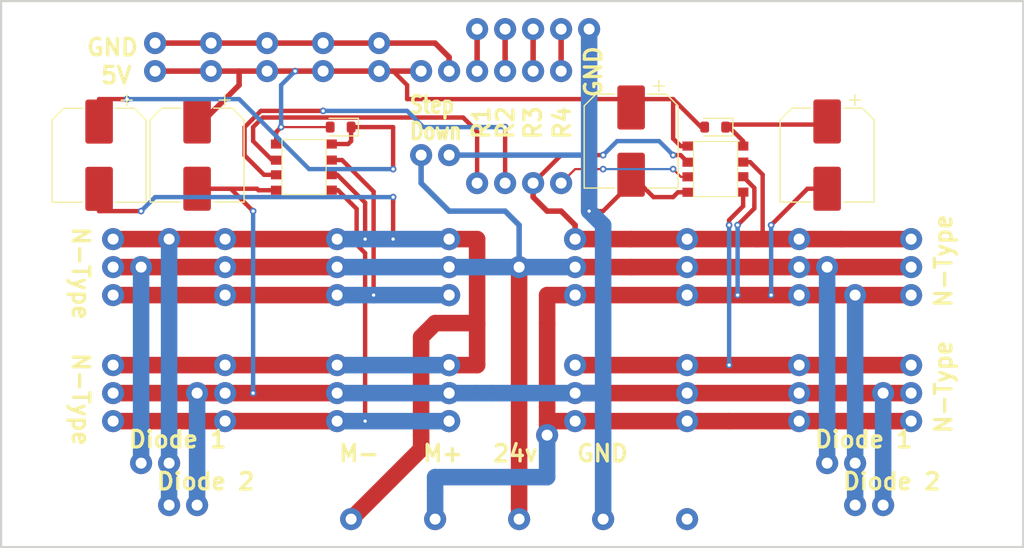
<source format=kicad_pcb>
(kicad_pcb (version 20221018) (generator pcbnew)
  (layers (0 "F.Cu" signal) (31 "B.Cu" signal) (34 "B.Paste" user) (35 "F.Paste" user) (36 "B.SilkS" user "B.Silkscreen") (37 "F.SilkS" user "F.Silkscreen") (38 "B.Mask" user) (39 "F.Mask" user) (44 "Edge.Cuts" user))
  (net 0 "")
  (footprint "" (layer "F.Cu") (at 170.18 83.82)
    (fp_text reference "")
    (fp_text value "")
  )
  (footprint "" (layer "F.Cu") (at 182.88 76.2)
    (fp_text reference "")
    (fp_text value "")
  )
  (footprint "" (layer "F.Cu") (at 171.45 116.84)
    (fp_text reference "")
    (fp_text value "")
  )
  (footprint "" (layer "F.Cu") (at 209.55 96.52)
    (fp_text reference "")
    (fp_text value "")
  )
  (footprint "" (layer "F.Cu") (at 204.47 93.98)
    (fp_text reference "")
    (fp_text value "")
  )
  (footprint "" (layer "F.Cu") (at 194.31 105.41)
    (fp_text reference "")
    (fp_text value "")
  )
  (footprint "Diode_SMD:D_SOD-110" (layer "F.Cu") (at 196.85 81.28 180)
    (fp_text reference "REF**" hide)
    (fp_text value "D_SOD-110" hide)
  )
  (footprint "" (layer "F.Cu") (at 180.34 86.36)
    (fp_text reference "")
    (fp_text value "")
  )
  (footprint "" (layer "F.Cu") (at 194.31 107.95)
    (fp_text reference "")
    (fp_text value "")
  )
  (footprint "" (layer "F.Cu") (at 214.63 93.98)
    (fp_text reference "")
    (fp_text value "")
  )
  (footprint "" (layer "F.Cu") (at 172.72 91.44)
    (fp_text reference "")
    (fp_text value "")
  )
  (footprint "" (layer "F.Cu") (at 156.21 76.2)
    (fp_text reference "")
    (fp_text value "")
  )
  (footprint "" (layer "F.Cu") (at 175.26 76.2)
    (fp_text reference "")
    (fp_text value "")
  )
  (footprint "" (layer "F.Cu") (at 172.72 105.41)
    (fp_text reference "")
    (fp_text value "")
  )
  (footprint "Capacitor_SMD:CP_Elec_8x5.4" (layer "F.Cu") (at 149.86 83.82 -90)
    (fp_text reference "REF**" hide)
    (fp_text value "CP_Elec_8x5.4" hide)
  )
  (footprint "" (layer "F.Cu") (at 170.18 76.2)
    (fp_text reference "")
    (fp_text value "")
  )
  (footprint "" (layer "F.Cu") (at 144.78 93.98)
    (fp_text reference "")
    (fp_text value "")
  )
  (footprint "" (layer "F.Cu") (at 182.88 86.36)
    (fp_text reference "")
    (fp_text value "")
  )
  (footprint "" (layer "F.Cu") (at 172.72 83.82)
    (fp_text reference "")
    (fp_text value "")
  )
  (footprint "" (layer "F.Cu") (at 212.09 105.41)
    (fp_text reference "")
    (fp_text value "")
  )
  (footprint "" (layer "F.Cu") (at 149.86 115.57)
    (fp_text reference "")
    (fp_text value "")
  )
  (footprint "Capacitor_SMD:CP_Elec_8x5.4" (layer "F.Cu") (at 140.97 83.83 -90)
    (fp_text reference "REF**" hide)
    (fp_text value "CP_Elec_8x5.4" hide)
  )
  (footprint "" (layer "F.Cu") (at 162.56 107.95)
    (fp_text reference "")
    (fp_text value "")
  )
  (footprint "" (layer "F.Cu") (at 144.78 111.76)
    (fp_text reference "")
    (fp_text value "")
  )
  (footprint "" (layer "F.Cu") (at 152.4 91.44)
    (fp_text reference "")
    (fp_text value "")
  )
  (footprint "" (layer "F.Cu") (at 177.8 72.39)
    (fp_text reference "")
    (fp_text value "")
  )
  (footprint "" (layer "F.Cu") (at 172.72 96.52)
    (fp_text reference "")
    (fp_text value "")
  )
  (footprint "" (layer "F.Cu") (at 175.26 86.36)
    (fp_text reference "")
    (fp_text value "")
  )
  (footprint "" (layer "F.Cu") (at 184.15 105.41)
    (fp_text reference "" hide)
    (fp_text value "" hide)
  )
  (footprint "" (layer "F.Cu") (at 179.07 93.98)
    (fp_text reference "")
    (fp_text value "")
  )
  (footprint "" (layer "F.Cu") (at 177.8 76.2)
    (fp_text reference "")
    (fp_text value "")
  )
  (footprint "" (layer "F.Cu") (at 184.15 91.44)
    (fp_text reference "" hide)
    (fp_text value "" hide)
  )
  (footprint "" (layer "F.Cu") (at 204.47 91.44)
    (fp_text reference "")
    (fp_text value "")
  )
  (footprint "" (layer "F.Cu") (at 162.56 91.44)
    (fp_text reference "")
    (fp_text value "")
  )
  (footprint "" (layer "F.Cu") (at 152.4 93.98)
    (fp_text reference "")
    (fp_text value "")
  )
  (footprint "" (layer "F.Cu") (at 149.86 105.41)
    (fp_text reference "")
    (fp_text value "")
  )
  (footprint "" (layer "F.Cu") (at 162.56 105.41)
    (fp_text reference "")
    (fp_text value "")
  )
  (footprint "" (layer "F.Cu") (at 147.32 111.76)
    (fp_text reference "")
    (fp_text value "")
  )
  (footprint "" (layer "F.Cu") (at 147.32 91.44)
    (fp_text reference "")
    (fp_text value "")
  )
  (footprint "" (layer "F.Cu") (at 161.29 73.66)
    (fp_text reference "")
    (fp_text value "")
  )
  (footprint "" (layer "F.Cu") (at 142.24 91.44)
    (fp_text reference "")
    (fp_text value "")
  )
  (footprint "" (layer "F.Cu") (at 212.09 115.57)
    (fp_text reference "")
    (fp_text value "")
  )
  (footprint "" (layer "F.Cu") (at 175.26 72.39)
    (fp_text reference "")
    (fp_text value "")
  )
  (footprint "" (layer "F.Cu") (at 214.63 91.44)
    (fp_text reference "")
    (fp_text value "")
  )
  (footprint "" (layer "F.Cu") (at 172.72 76.2)
    (fp_text reference "")
    (fp_text value "")
  )
  (footprint "" (layer "F.Cu") (at 152.4 107.95)
    (fp_text reference "")
    (fp_text value "")
  )
  (footprint "" (layer "F.Cu") (at 214.63 96.52)
    (fp_text reference "")
    (fp_text value "")
  )
  (footprint "" (layer "F.Cu") (at 180.34 76.2)
    (fp_text reference "")
    (fp_text value "")
  )
  (footprint "" (layer "F.Cu") (at 172.72 96.52)
    (fp_text reference "")
    (fp_text value "")
  )
  (footprint "" (layer "F.Cu") (at 209.55 115.57)
    (fp_text reference "")
    (fp_text value "")
  )
  (footprint "" (layer "F.Cu") (at 184.15 91.44)
    (fp_text reference "" hide)
    (fp_text value "" hide)
  )
  (footprint "" (layer "F.Cu") (at 156.21 73.66)
    (fp_text reference "")
    (fp_text value "")
  )
  (footprint "" (layer "F.Cu") (at 184.15 107.95)
    (fp_text reference "" hide)
    (fp_text value "" hide)
  )
  (footprint "" (layer "F.Cu") (at 142.24 102.87)
    (fp_text reference "")
    (fp_text value "")
  )
  (footprint "" (layer "F.Cu") (at 166.37 73.66)
    (fp_text reference "")
    (fp_text value "")
  )
  (footprint "" (layer "F.Cu") (at 179.07 116.84)
    (fp_text reference "")
    (fp_text value "")
  )
  (footprint "Capacitor_SMD:CP_Elec_8x5.4" (layer "F.Cu") (at 207.01 83.82 -90)
    (fp_text reference "REF**" hide)
    (fp_text value "CP_Elec_8x5.4" hide)
  )
  (footprint "" (layer "F.Cu") (at 152.4 105.41)
    (fp_text reference "")
    (fp_text value "")
  )
  (footprint "" (layer "F.Cu") (at 186.69 116.84)
    (fp_text reference "")
    (fp_text value "")
  )
  (footprint "" (layer "F.Cu") (at 172.72 93.98)
    (fp_text reference "")
    (fp_text value "")
  )
  (footprint "" (layer "F.Cu") (at 163.83 116.84)
    (fp_text reference "")
    (fp_text value "")
  )
  (footprint "" (layer "F.Cu") (at 194.31 102.87)
    (fp_text reference "")
    (fp_text value "")
  )
  (footprint "Capacitor_SMD:CP_Elec_8x5.4" (layer "F.Cu") (at 189.23 82.55 -90)
    (fp_text reference "REF**" hide)
    (fp_text value "CP_Elec_8x5.4" hide)
  )
  (footprint "" (layer "F.Cu") (at 147.32 115.57)
    (fp_text reference "")
    (fp_text value "")
  )
  (footprint "" (layer "F.Cu") (at 166.37 76.2)
    (fp_text reference "")
    (fp_text value "")
  )
  (footprint "" (layer "F.Cu") (at 204.47 107.95)
    (fp_text reference "")
    (fp_text value "")
  )
  (footprint "Diode_SMD:D_SOD-110" (layer "F.Cu") (at 162.88 81.28 180)
    (fp_text reference "REF**" hide)
    (fp_text value "D_SOD-110" hide)
  )
  (footprint "" (layer "F.Cu") (at 152.4 102.87)
    (fp_text reference "")
    (fp_text value "")
  )
  (footprint "" (layer "F.Cu") (at 172.72 102.87)
    (fp_text reference "")
    (fp_text value "")
  )
  (footprint "" (layer "F.Cu") (at 207.01 93.98)
    (fp_text reference "")
    (fp_text value "")
  )
  (footprint "" (layer "F.Cu") (at 142.24 105.41)
    (fp_text reference "")
    (fp_text value "")
  )
  (footprint "" (layer "F.Cu") (at 204.47 102.87)
    (fp_text reference "")
    (fp_text value "")
  )
  (footprint "" (layer "F.Cu") (at 204.47 96.52)
    (fp_text reference "")
    (fp_text value "")
  )
  (footprint "" (layer "F.Cu") (at 207.01 111.76)
    (fp_text reference "")
    (fp_text value "")
  )
  (footprint "" (layer "F.Cu") (at 152.4 96.52)
    (fp_text reference "")
    (fp_text value "")
  )
  (footprint "" (layer "F.Cu") (at 172.72 105.41)
    (fp_text reference "")
    (fp_text value "")
  )
  (footprint "" (layer "F.Cu") (at 172.72 107.95)
    (fp_text reference "")
    (fp_text value "")
  )
  (footprint "RF_Mini-Circuits:Mini-Circuit_IC" (layer "F.Cu") (at 196.85 85.09)
    (fp_text reference "REF**" hide)
    (fp_text value "Mini-Circuit_IC" hide)
  )
  (footprint "" (layer "F.Cu") (at 214.63 102.87)
    (fp_text reference "")
    (fp_text value "")
  )
  (footprint "" (layer "F.Cu") (at 146.05 73.66)
    (fp_text reference "")
    (fp_text value "")
  )
  (footprint "" (layer "F.Cu") (at 177.8 86.36)
    (fp_text reference "")
    (fp_text value "")
  )
  (footprint "" (layer "F.Cu") (at 162.56 93.98)
    (fp_text reference "")
    (fp_text value "")
  )
  (footprint "" (layer "F.Cu") (at 184.15 102.87)
    (fp_text reference "" hide)
    (fp_text value "" hide)
  )
  (footprint "" (layer "F.Cu") (at 181.61 109.22)
    (fp_text reference "")
    (fp_text value "")
  )
  (footprint "" (layer "F.Cu") (at 185.42 72.39)
    (fp_text reference "")
    (fp_text value "")
  )
  (footprint "" (layer "F.Cu") (at 146.05 76.2)
    (fp_text reference "")
    (fp_text value "")
  )
  (footprint "" (layer "F.Cu") (at 142.24 96.52)
    (fp_text reference "")
    (fp_text value "")
  )
  (footprint "" (layer "F.Cu") (at 162.56 96.52)
    (fp_text reference "")
    (fp_text value "")
  )
  (footprint "" (layer "F.Cu") (at 194.31 96.52)
    (fp_text reference "")
    (fp_text value "")
  )
  (footprint "" (layer "F.Cu") (at 194.31 91.44)
    (fp_text reference "")
    (fp_text value "")
  )
  (footprint "" (layer "F.Cu") (at 214.63 105.41)
    (fp_text reference "")
    (fp_text value "")
  )
  (footprint "" (layer "F.Cu") (at 184.15 96.52)
    (fp_text reference "" hide)
    (fp_text value "" hide)
  )
  (footprint "" (layer "F.Cu") (at 142.24 93.98)
    (fp_text reference "")
    (fp_text value "")
  )
  (footprint "" (layer "F.Cu") (at 172.72 93.98)
    (fp_text reference "")
    (fp_text value "")
  )
  (footprint "" (layer "F.Cu") (at 161.29 76.2)
    (fp_text reference "")
    (fp_text value "")
  )
  (footprint "" (layer "F.Cu") (at 151.13 73.66)
    (fp_text reference "")
    (fp_text value "")
  )
  (footprint "" (layer "F.Cu") (at 172.72 102.87)
    (fp_text reference "")
    (fp_text value "")
  )
  (footprint "" (layer "F.Cu") (at 204.47 105.41)
    (fp_text reference "")
    (fp_text value "")
  )
  (footprint "" (layer "F.Cu") (at 194.31 116.84)
    (fp_text reference "")
    (fp_text value "")
  )
  (footprint "RF_Mini-Circuits:Mini-Circuit_IC" (layer "F.Cu") (at 159.52 84.906)
    (fp_text reference "REF**" hide)
    (fp_text value "Mini-Circuit_IC" hide)
  )
  (footprint "" (layer "F.Cu") (at 142.24 107.95)
    (fp_text reference "")
    (fp_text value "")
  )
  (footprint "" (layer "F.Cu") (at 162.56 102.87)
    (fp_text reference "")
    (fp_text value "")
  )
  (footprint "" (layer "F.Cu") (at 182.88 72.39)
    (fp_text reference "")
    (fp_text value "")
  )
  (footprint "" (layer "F.Cu") (at 172.72 91.44)
    (fp_text reference "")
    (fp_text value "")
  )
  (footprint "" (layer "F.Cu") (at 151.13 76.2)
    (fp_text reference "")
    (fp_text value "")
  )
  (footprint "" (layer "F.Cu") (at 209.55 111.76)
    (fp_text reference "")
    (fp_text value "")
  )
  (footprint "" (layer "F.Cu") (at 214.63 107.95)
    (fp_text reference "")
    (fp_text value "")
  )
  (footprint "" (layer "F.Cu") (at 194.31 93.98)
    (fp_text reference "")
    (fp_text value "")
  )
  (footprint "" (layer "F.Cu") (at 184.15 96.52)
    (fp_text reference "" hide)
    (fp_text value "" hide)
  )
  (footprint "" (layer "F.Cu") (at 172.72 107.95)
    (fp_text reference "")
    (fp_text value "")
  )
  (footprint "" (layer "F.Cu") (at 180.34 72.39)
    (fp_text reference "")
    (fp_text value "")
  )
  (footprint "" (layer "F.Cu") (at 184.15 93.98)
    (fp_text reference "" hide)
    (fp_text value "" hide)
  )
  (gr_rect (start 132.08 69.85) (end 224.79 119.38) (stroke (width 0.2)) (fill none) (layer "Edge.Cuts"))
  (gr_text "24v" (at 176.53 111.76) (layer "F.SilkS") (effects (font (size 1.5 1.5) (thickness 0.3) bold) (justify left bottom)))
  (gr_text "5V" (at 140.97 77.47) (layer "F.SilkS") (effects (font (size 1.5 1.5) (thickness 0.3) bold) (justify left bottom)))
  (gr_text "R3" (at 181.2 82.55 90) (layer "F.SilkS") (effects (font (size 1.5 1.5) (thickness 0.3) bold) (justify left bottom)))
  (gr_text "N-Type" (at 218.44 97.79 90) (layer "F.SilkS") (effects (font (size 1.5 1.5) (thickness 0.3) bold) (justify left bottom)))
  (gr_text "R4" (at 183.85 82.55 90) (layer "F.SilkS") (effects (font (size 1.5 1.5) (thickness 0.3) bold) (justify left bottom)))
  (gr_text "GND" (at 184.15 111.76) (layer "F.SilkS") (effects (font (size 1.5 1.5) (thickness 0.3) bold) (justify left bottom)))
  (gr_text "GND" (at 186.69 78.74 90) (layer "F.SilkS") (effects (font (size 1.5 1.5) (thickness 0.3) bold) (justify left bottom)))
  (gr_text "M-" (at 162.56 111.76) (layer "F.SilkS") (effects (font (size 1.5 1.5) (thickness 0.3) bold) (justify left bottom)))
  (gr_text "R1" (at 176.53 82.55 90) (layer "F.SilkS") (effects (font (size 1.5 1.5) (thickness 0.3) bold) (justify left bottom)))
  (gr_text "N-Type" (at 138.43 90.17 270) (layer "F.SilkS") (effects (font (size 1.5 1.5) (thickness 0.3) bold) (justify left bottom)))
  (gr_text "Diode 1" (at 205.74 110.49) (layer "F.SilkS") (effects (font (size 1.5 1.5) (thickness 0.3) bold) (justify left bottom)))
  (gr_text "Diode 2" (at 146.05 114.3) (layer "F.SilkS") (effects (font (size 1.5 1.5) (thickness 0.3) bold) (justify left bottom)))
  (gr_text "Step\nDown" (at 169 82.55) (layer "F.SilkS") (effects (font (size 1.5 1.2) (thickness 0.3) bold) (justify left bottom)))
  (gr_text "N-Type" (at 138.43 101.6 -90) (layer "F.SilkS") (effects (font (size 1.5 1.5) (thickness 0.3) bold) (justify left bottom)))
  (gr_text "R2" (at 178.7 82.55 90) (layer "F.SilkS") (effects (font (size 1.5 1.5) (thickness 0.3) bold) (justify left bottom)))
  (gr_text "M+" (at 170.18 111.76) (layer "F.SilkS") (effects (font (size 1.5 1.5) (thickness 0.3) bold) (justify left bottom)))
  (gr_text "Diode 2" (at 208.28 114.3) (layer "F.SilkS") (effects (font (size 1.5 1.5) (thickness 0.3) bold) (justify left bottom)))
  (gr_text "GND" (at 139.7 74.93) (layer "F.SilkS") (effects (font (size 1.5 1.5) (thickness 0.3) bold) (justify left bottom)))
  (gr_text "Diode 1" (at 143.51 110.49) (layer "F.SilkS") (effects (font (size 1.5 1.5) (thickness 0.3) bold) (justify left bottom)))
  (gr_text "N-Type" (at 218.44 109.22 90) (layer "F.SilkS") (effects (font (size 1.5 1.5) (thickness 0.3) bold) (justify left bottom)))
  (segment (start 184.15 107.95) (end 198.12 107.95) (width 1.5) (layer "F.Cu") (net 0))
  (segment (start 163.83 81.28) (end 167.64 81.28) (width 0.4) (layer "F.Cu") (net 0))
  (segment (start 199.39 82.55) (end 198.12 81.28) (width 0.4) (layer "F.Cu") (net 0))
  (segment (start 155.81 80.41) (end 154.94 81.28) (width 0.4) (layer "F.Cu") (net 0))
  (segment (start 162.56 102.87) (end 142.24 102.87) (width 1.5) (layer "F.Cu") (net 0))
  (segment (start 175.26 86.36) (end 175.26 81.68) (width 0.4) (layer "F.Cu") (net 0))
  (segment (start 154.94 93.98) (end 142.24 93.98) (width 1.5) (layer "F.Cu") (net 0))
  (segment (start 154.94 82.55) (end 156.671 84.281) (width 0.4) (layer "F.Cu") (net 0))
  (segment (start 155.64 79.81) (end 154.17 81.28) (width 0.4) (layer "F.Cu") (net 0))
  (segment (start 162.5625 85.595) (end 165.1 88.1325) (width 0.4) (layer "F.Cu") (net 0))
  (segment (start 162.06 86.996) (end 162.628 86.996) (width 0.4) (layer "F.Cu") (net 0))
  (segment (start 162.56 91.44) (end 142.24 91.44) (width 1.5) (layer "F.Cu") (net 0))
  (segment (start 185.42 88.9) (end 186.69 88.9) (width 0.4) (layer "F.Cu") (net 0))
  (segment (start 172.72 74.93) (end 171.45 73.66) (width 0.5) (layer "F.Cu") (net 0))
  (segment (start 163.83 82.55) (end 163.83 81.28) (width 0.4) (layer "F.Cu") (net 0))
  (segment (start 198.12 81.28) (end 197.8 81.28) (width 0.4) (layer "F.Cu") (net 0))
  (segment (start 186.69 88.9) (end 189.23 86.36) (width 0.4) (layer "F.Cu") (net 0))
  (segment (start 168.91 77.47) (end 167.64 76.2) (width 0.4) (layer "F.Cu") (net 0))
  (segment (start 140.97 86.87) (end 140.97 88.9) (width 0.4) (layer "F.Cu") (net 0))
  (segment (start 151.13 73.66) (end 156.21 73.66) (width 0.5) (layer "F.Cu") (net 0))
  (segment (start 153.67 76.2) (end 153.67 77.47) (width 0.5) (layer "F.Cu") (net 0))
  (segment (start 158.75 76.2) (end 156.21 76.2) (width 0.5) (layer "F.Cu") (net 0))
  (segment (start 184.15 102.87) (end 214.63 102.87) (width 1.5) (layer "F.Cu") (net 0))
  (segment (start 182.88 72.39) (end 182.88 76.2) (width 0.5) (layer "F.Cu") (net 0))
  (segment (start 155.293 86.87) (end 155.43 87.007) (width 0.4) (layer "F.Cu") (net 0))
  (segment (start 201.16 90.94) (end 201.16 85.59) (width 0.4) (layer "F.Cu") (net 0))
  (segment (start 162.56 107.95) (end 142.24 107.95) (width 1.5) (layer "F.Cu") (net 0))
  (segment (start 170.18 100.33) (end 170.18 109.22) (width 1.5) (layer "F.Cu") (net 0))
  (segment (start 180.34 86.36) (end 180.34 87.63) (width 0.5) (layer "F.Cu") (net 0))
  (segment (start 157.48 81.28) (end 157.03 81.73) (width 0.4) (layer "F.Cu") (net 0))
  (segment (start 182.88 86.36) (end 184.15 85.09) (width 0.2) (layer "F.Cu") (net 0))
  (segment (start 149.86 86.87) (end 149.86 86.4) (width 0.4) (layer "F.Cu") (net 0))
  (segment (start 151.13 76.2) (end 153.67 76.2) (width 0.5) (layer "F.Cu") (net 0))
  (segment (start 165.1 92.71) (end 165.1 107.95) (width 0.4) (layer "F.Cu") (net 0))
  (segment (start 170.18 109.22) (end 170.18 110.49) (width 1.5) (layer "F.Cu") (net 0))
  (segment (start 140.97 80.77) (end 140.97 78.74) (width 0.4) (layer "F.Cu") (net 0))
  (segment (start 156.671 84.281) (end 157.03 84.281) (width 0.4) (layer "F.Cu") (net 0))
  (segment (start 166.37 76.2) (end 161.29 76.2) (width 0.5) (layer "F.Cu") (net 0))
  (segment (start 199.39 87.18) (end 199.39 88.45) (width 0.4) (layer "F.Cu") (net 0))
  (segment (start 184.15 96.52) (end 181.61 96.52) (width 1.5) (layer "F.Cu") (net 0))
  (segment (start 193.74 85.79) (end 193.04 85.09) (width 0.2) (layer "F.Cu") (net 0))
  (segment (start 207.01 86.87) (end 205.23 86.87) (width 0.4) (layer "F.Cu") (net 0))
  (segment (start 173.99 80.41) (end 155.81 80.41) (width 0.4) (layer "F.Cu") (net 0))
  (segment (start 155.93 85.606) (end 157.03 85.606) (width 0.4) (layer "F.Cu") (net 0))
  (segment (start 161.29 79.81) (end 155.64 79.81) (width 0.4) (layer "F.Cu") (net 0))
  (segment (start 193.04 82.32) (end 193.04 78.74) (width 0.4) (layer "F.Cu") (net 0))
  (segment (start 181.61 96.52) (end 181.61 99.06) (width 1.5) (layer "F.Cu") (net 0))
  (segment (start 200.41 86.799) (end 200.41 87.049) (width 0.4) (layer "F.Cu") (net 0))
  (segment (start 193.715 83.82) (end 194.36 84.465) (width 0.4) (layer "F.Cu") (net 0))
  (segment (start 156.21 73.66) (end 161.29 73.66) (width 0.5) (layer "F.Cu") (net 0))
  (segment (start 146.05 73.66) (end 151.13 73.66) (width 0.5) (layer "F.Cu") (net 0))
  (segment (start 184.15 96.52) (end 214.63 96.52) (width 1.5) (layer "F.Cu") (net 0))
  (segment (start 193.04 78.74) (end 189.23 78.74) (width 0.4) (layer "F.Cu") (net 0))
  (segment (start 200.024 84.454) (end 199.39 84.454) (width 0.4) (layer "F.Cu") (net 0))
  (segment (start 189.23 91.44) (end 184.15 91.44) (width 1.5) (layer "F.Cu") (net 0))
  (segment (start 200.66 91.44) (end 201.16 90.94) (width 0.4) (layer "F.Cu") (net 0))
  (segment (start 194.36 83) (end 193.72 83) (width 0.4) (layer "F.Cu") (net 0))
  (segment (start 153.67 76.2) (end 156.21 76.2) (width 0.5) (layer "F.Cu") (net 0))
  (segment (start 165.1 88.1325) (end 165.1 91.44) (width 0.4) (layer "F.Cu") (net 0))
  (segment (start 200.41 88.4) (end 200.41 88.65) (width 0.4) (layer "F.Cu") (net 0))
  (segment (start 175.26 72.39) (end 175.26 76.2) (width 0.5) (layer "F.Cu") (net 0))
  (segment (start 163.564 82.816) (end 163.83 82.55) (width 0.4) (layer "F.Cu") (net 0))
  (segment (start 200.41 87.049) (end 200.41 88.4) (width 0.4) (layer "F.Cu") (net 0))
  (segment (start 165.87 87.13) (end 163.01 84.27) (width 0.4) (layer "F.Cu") (net 0))
  (segment (start 186.69 83.82) (end 182.88 83.82) (width 0.4) (layer "F.Cu") (net 0))
  (segment (start 175.26 91.44) (end 175.26 99.06) (width 1.5) (layer "F.Cu") (net 0))
  (segment (start 154.17 81.28) (end 154.17 83.846) (width 0.4) (layer "F.Cu") (net 0))
  (segment (start 184.15 105.41) (end 214.63 105.41) (width 1.5) (layer "F.Cu") (net 0))
  (segment (start 154.17 83.846) (end 155.93 85.606) (width 0.4) (layer "F.Cu") (net 0))
  (segment (start 164.33 91.94) (end 165.1 92.71) (width 0.4) (layer "F.Cu") (net 0))
  (segment (start 197.8 81.28) (end 198.03 81.05) (width 0.4) (layer "F.Cu") (net 0))
  (segment (start 193.04 78.74) (end 195.58 81.28) (width 0.4) (layer "F.Cu") (net 0))
  (segment (start 175.26 102.87) (end 172.72 102.87) (width 1.5) (layer "F.Cu") (net 0))
  (segment (start 193.479 87.191) (end 194.36 87.191) (width 0.4) (layer "F.Cu") (net 0))
  (segment (start 165.87 96.52) (end 165.87 87.13) (width 0.4) (layer "F.Cu") (net 0))
  (segment (start 175.26 81.68) (end 173.99 80.41) (width 0.4) (layer "F.Cu") (net 0))
  (segment (start 153.67 77.47) (end 150.37 80.77) (width 0.5) (layer "F.Cu") (net 0))
  (segment (start 189.23 78.74) (end 168.91 78.74) (width 0.4) (layer "F.Cu") (net 0))
  (segment (start 193.04 87.63) (end 193.479 87.191) (width 0.4) (layer "F.Cu") (net 0))
  (segment (start 155.43 87.007) (end 157.03 87.007) (width 0.4) (layer "F.Cu") (net 0))
  (segment (start 199.39 85.779) (end 200.41 86.799) (width 0.4) (layer "F.Cu") (net 0))
  (segment (start 193.72 83) (end 193.04 82.32) (width 0.4) (layer "F.Cu") (net 0))
  (segment (start 184.15 93.98) (end 189.23 93.98) (width 1.5) (layer "F.Cu") (net 0))
  (segment (start 180.34 87.63) (end 181.61 88.9) (width 0.5) (layer "F.Cu") (net 0))
  (segment (start 206.73 81.05) (end 207.01 80.77) (width 0.4) (layer "F.Cu") (net 0))
  (segment (start 189.23 78.74) (end 189.23 79.5) (width 0.4) (layer "F.Cu") (net 0))
  (segment (start 163.01 84.27) (end 162.06 84.27) (width 0.4) (layer "F.Cu") (net 0))
  (segment (start 177.8 72.39) (end 177.8 76.2) (width 0.5) (layer "F.Cu") (net 0))
  (segment (start 140.97 88.9) (end 144.78 88.9) (width 0.4) (layer "F.Cu") (net 0))
  (segment (start 150.33 86.87) (end 155.293 86.87) (width 0.4) (layer "F.Cu") (net 0))
  (segment (start 154.94 81.28) (end 154.94 82.55) (width 0.4) (layer "F.Cu") (net 0))
  (segment (start 171.45 73.66) (end 166.37 73.66) (width 0.5) (layer "F.Cu") (net 0))
  (segment (start 168.91 78.74) (end 168.91 77.47) (width 0.4) (layer "F.Cu") (net 0))
  (segment (start 175.26 99.06) (end 175.26 102.87) (width 1.5) (layer "F.Cu") (net 0))
  (segment (start 170.18 76.2) (end 167.64 76.2) (width 0.5) (layer "F.Cu") (net 0))
  (segment (start 184.15 85.09) (end 186.69 85.09) (width 0.2) (layer "F.Cu") (net 0))
  (segment (start 167.64 76.2) (end 166.37 76.2) (width 0.5) (layer "F.Cu") (net 0))
  (segment (start 150.37 80.77) (end 149.86 80.77) (width 0.5) (layer "F.Cu") (net 0))
  (segment (start 162.06 82.816) (end 163.564 82.816) (width 0.4) (layer "F.Cu") (net 0))
  (segment (start 180.34 72.39) (end 180.34 76.2) (width 0.5) (layer "F.Cu") (net 0))
  (segment (start 205.23 86.87) (end 201.93 90.17) (width 0.4) (layer "F.Cu") (net 0))
  (segment (start 191.26 87.63) (end 193.04 87.63) (width 0.4) (layer "F.Cu") (net 0))
  (segment (start 182.88 88.9) (end 184.15 90.17) (width 0.5) (layer "F.Cu") (net 0))
  (segment (start 198.03 81.05) (end 206.73 81.05) (width 0.4) (layer "F.Cu") (net 0))
  (segment (start 179.07 93.98) (end 179.07 116.84) (width 1.5) (layer "F.Cu") (net 0))
  (segment (start 162.56 96.52) (end 142.24 96.52) (width 1.5) (layer "F.Cu") (net 0))
  (segment (start 172.72 76.2) (end 172.72 74.93) (width 0.5) (layer "F.Cu") (net 0))
  (segment (start 149.86 86.4) (end 150.33 86.87) (width 0.4) (layer "F.Cu") (net 0))
  (segment (start 171.45 99.06) (end 170.18 100.33) (width 1.5) (layer "F.Cu") (net 0))
  (segment (start 164.33 88.698) (end 164.33 91.94) (width 0.4) (layer "F.Cu") (net 0))
  (segment (start 199.39 88.45) (end 198.12 89.72) (width 0.4) (layer "F.Cu") (net 0))
  (segment (start 181.61 109.22) (end 181.61 106.68) (width 1.5) (layer "F.Cu") (net 0))
  (segment (start 162.628 86.996) (end 164.33 88.698) (width 0.4) (layer "F.Cu") (net 0))
  (segment (start 193.04 83.82) (end 193.715 83.82) (width 0.4) (layer "F.Cu") (net 0))
  (segment (start 175.26 99.06) (end 171.45 99.06) (width 1.5) (layer "F.Cu") (net 0))
  (segment (start 177.8 81.28) (end 177.8 86.36) (width 0.4) (layer "F.Cu") (net 0))
  (segment (start 167.64 81.28) (end 167.64 85.09) (width 0.4) (layer "F.Cu") (net 0))
  (segment (start 140.97 78.74) (end 143.51 78.74) (width 0.4) (layer "F.Cu") (net 0))
  (segment (start 184.15 90.17) (end 184.15 91.44) (width 0.5) (layer "F.Cu") (net 0))
  (segment (start 181.61 99.06) (end 181.61 106.68) (width 1.5) (layer "F.Cu") (net 0))
  (segment (start 200.66 91.44) (end 208.28 91.44) (width 1.5) (layer "F.Cu") (net 0))
  (segment (start 200.41 88.65) (end 198.89 90.17) (width 0.4) (layer "F.Cu") (net 0))
  (segment (start 157.03 81.73) (end 157.03 82.816) (width 0.4) (layer "F.Cu") (net 0))
  (segment (start 200.66 91.44) (end 189.23 91.44) (width 1.5) (layer "F.Cu") (net 0))
  (segment (start 181.61 88.9) (end 182.88 88.9) (width 0.5) (layer "F.Cu") (net 0))
  (segment (start 166.37 73.66) (end 161.29 73.66) (width 0.5) (layer "F.Cu") (net 0))
  (segment (start 189.23 93.98) (end 214.63 93.98) (width 1.5) (layer "F.Cu") (net 0))
  (segment (start 208.28 91.44) (end 214.63 91.44) (width 1.5) (layer "F.Cu") (net 0))
  (segment (start 151.13 76.2) (end 146.05 76.2) (width 0.5) (layer "F.Cu") (net 0))
  (segment (start 181.61 107.95) (end 184.15 107.95) (width 1.5) (layer "F.Cu") (net 0))
  (segment (start 162.06 85.595) (end 162.5625 85.595) (width 0.4) (layer "F.Cu") (net 0))
  (segment (start 194.36 85.79) (end 193.74 85.79) (width 0.2) (layer "F.Cu") (net 0))
  (segment (start 198.12 89.72) (end 198.12 90.17) (width 0.4) (layer "F.Cu") (net 0))
  (segment (start 162.56 93.98) (end 154.94 93.98) (width 1.5) (layer "F.Cu") (net 0))
  (segment (start 152.91 86.87) (end 149.86 86.87) (width 0.4) (layer "F.Cu") (net 0))
  (segment (start 201.16 85.59) (end 200.024 84.454) (width 0.4) (layer "F.Cu") (net 0))
  (segment (start 161.29 76.2) (end 158.75 76.2) (width 0.5) (layer "F.Cu") (net 0))
  (segment (start 199.39 83) (end 199.39 82.55) (width 0.4) (layer "F.Cu") (net 0))
  (segment (start 170.18 110.49) (end 163.83 116.84) (width 1.5) (layer "F.Cu") (net 0))
  (segment (start 189.23 85.6) (end 191.26 87.63) (width 0.4) (layer "F.Cu") (net 0))
  (segment (start 198.12 107.95) (end 214.63 107.95) (width 1.5) (layer "F.Cu") (net 0))
  (segment (start 157.48 81.28) (end 161.93 81.28) (width 0.2) (layer "F.Cu") (net 0))
  (segment (start 167.64 87.63) (end 167.64 91.44) (width 0.4) (layer "F.Cu") (net 0))
  (segment (start 167.64 88.09) (end 167.64 87.63) (width 0.4) (layer "F.Cu") (net 0))
  (segment (start 162.56 105.41) (end 142.24 105.41) (width 1.5) (layer "F.Cu") (net 0))
  (segment (start 195.58 81.28) (end 195.9 81.28) (width 0.4) (layer "F.Cu") (net 0))
  (segment (start 154.94 88.9) (end 152.91 86.87) (width 0.4) (layer "F.Cu") (net 0))
  (segment (start 172.72 91.44) (end 175.26 91.44) (width 1.5) (layer "F.Cu") (net 0))
  (segment (start 189.23 86.36) (end 189.23 84.05) (width 0.4) (layer "F.Cu") (net 0))
  (segment (start 182.88 83.82) (end 180.34 86.36) (width 0.4) (layer "F.Cu") (net 0))
  (via (at 165.1 91.44) (size 0.6) (drill 0.3) (layers "F.Cu" "B.Cu") (net 0))
  (via (at 186.69 83.82) (size 0.6) (drill 0.3) (layers "F.Cu" "B.Cu") (net 0))
  (via (at 201.93 90.17) (size 0.6) (drill 0.3) (layers "F.Cu" "B.Cu") (net 0))
  (via (at 154.94 88.9) (size 0.6) (drill 0.3) (layers "F.Cu" "B.Cu") (net 0))
  (via (at 193.04 85.09) (size 0.6) (drill 0.3) (layers "F.Cu" "B.Cu") (net 0))
  (via (at 198.12 90.17) (size 0.6) (drill 0.3) (layers "F.Cu" "B.Cu") (net 0))
  (via (at 165.1 107.95) (size 0.6) (drill 0.3) (layers "F.Cu" "B.Cu") (net 0))
  (via (at 165.87 96.52) (size 0.6) (drill 0.3) (layers "F.Cu" "B.Cu") (net 0))
  (via (at 198.12 102.87) (size 0.6) (drill 0.3) (layers "F.Cu" "B.Cu") (net 0))
  (via (at 144.78 88.9) (size 0.6) (drill 0.3) (layers "F.Cu" "B.Cu") (net 0))
  (via (at 161.29 79.81) (size 0.6) (drill 0.3) (layers "F.Cu" "B.Cu") (net 0))
  (via (at 158.75 76.2) (size 0.6) (drill 0.3) (layers "F.Cu" "B.Cu") (net 0))
  (via (at 154.94 105.41) (size 0.6) (drill 0.3) (layers "F.Cu" "B.Cu") (net 0))
  (via (at 186.69 83.82) (size 0.6) (drill 0.3) (layers "F.Cu" "B.Cu") (net 0))
  (via (at 167.64 87.63) (size 0.6) (drill 0.3) (layers "F.Cu" "B.Cu") (net 0))
  (via (at 193.04 83.82) (size 0.6) (drill 0.3) (layers "F.Cu" "B.Cu") (net 0))
  (via (at 198.89 96.52) (size 0.6) (drill 0.3) (layers "F.Cu" "B.Cu") (net 0))
  (via (at 167.64 91.44) (size 0.6) (drill 0.3) (layers "F.Cu" "B.Cu") (net 0))
  (via (at 198.89 90.17) (size 0.6) (drill 0.3) (layers "F.Cu" "B.Cu") (net 0))
  (via (at 157.48 81.28) (size 0.6) (drill 0.3) (layers "F.Cu" "B.Cu") (net 0))
  (via (at 201.93 96.52) (size 0.6) (drill 0.3) (layers "F.Cu" "B.Cu") (net 0))
  (via (at 143.51 78.74) (size 0.6) (drill 0.3) (layers "F.Cu" "B.Cu") (net 0))
  (via (at 177.8 81.28) (size 0.6) (drill 0.3) (layers "F.Cu" "B.Cu") (net 0))
  (via (at 186.69 85.09) (size 0.6) (drill 0.3) (layers "F.Cu" "B.Cu") (net 0))
  (via (at 167.64 85.09) (size 0.6) (drill 0.3) (layers "F.Cu" "B.Cu") (net 0))
  (via (at 185.42 88.9) (size 0.6) (drill 0.3) (layers "F.Cu" "B.Cu") (net 0))
  (segment (start 172.72 88.9) (end 170.18 86.36) (width 0.5) (layer "B.Cu") (net 0))
  (segment (start 172.72 93.98) (end 162.56 93.98) (width 1.5) (layer "B.Cu") (net 0))
  (segment (start 171.45 113.03) (end 171.45 114.3) (width 1.5) (layer "B.Cu") (net 0))
  (segment (start 168.91 79.81) (end 170.38 81.28) (width 0.4) (layer "B.Cu") (net 0))
  (segment (start 161.29 79.81) (end 161.49 79.81) (width 0.4) (layer "B.Cu") (net 0))
  (segment (start 153.67 78.74) (end 143.51 78.74) (width 0.4) (layer "B.Cu") (net 0))
  (segment (start 185.42 88.9) (end 186.69 90.17) (width 1.5) (layer "B.Cu") (net 0))
  (segment (start 177.8 88.9) (end 172.72 88.9) (width 0.5) (layer "B.Cu") (net 0))
  (segment (start 179.07 93.98) (end 184.15 93.98) (width 1.5) (layer "B.Cu") (net 0))
  (segment (start 207.01 93.98) (end 207.01 111.76) (width 1.5) (layer "B.Cu") (net 0))
  (segment (start 185.42 83.82) (end 185.42 72.39) (width 1.5) (layer "B.Cu") (net 0))
  (segment (start 184.15 105.41) (end 186.69 105.41) (width 1.5) (layer "B.Cu") (net 0))
  (segment (start 162.56 105.41) (end 172.72 105.41) (width 1.5) (layer "B.Cu") (net 0))
  (segment (start 149.86 115.57) (end 149.86 105.41) (width 1.5) (layer "B.Cu") (net 0))
  (segment (start 186.69 90.17) (end 186.69 116.84) (width 1.5) (layer "B.Cu") (net 0))
  (segment (start 146.05 87.63) (end 144.78 88.9) (width 0.4) (layer "B.Cu") (net 0))
  (segment (start 144.78 93.98) (end 144.78 111.76) (width 1.5) (layer "B.Cu") (net 0))
  (segment (start 170.18 86.36) (end 170.18 83.82) (width 0.5) (layer "B.Cu") (net 0))
  (segment (start 172.72 107.95) (end 165.1 107.95) (width 1.5) (layer "B.Cu") (net 0))
  (segment (start 167.64 85.09) (end 160.02 85.09) (width 0.4) (layer "B.Cu") (net 0))
  (segment (start 185.42 83.82) (end 185.42 88.9) (width 1.5) (layer "B.Cu") (net 0))
  (segment (start 181.61 113.03) (end 171.45 113.03) (width 1.5) (layer "B.Cu") (net 0))
  (segment (start 172.72 83.82) (end 185.42 83.82) (width 0.5) (layer "B.Cu") (net 0))
  (segment (start 172.72 93.98) (end 179.07 93.98) (width 1.5) (layer "B.Cu") (net 0))
  (segment (start 157.48 81.28) (end 157.48 77.47) (width 0.4) (layer "B.Cu") (net 0))
  (segment (start 191.77 82.55) (end 187.96 82.55) (width 0.4) (layer "B.Cu") (net 0))
  (segment (start 176.53 105.41) (end 184.15 105.41) (width 1.5) (layer "B.Cu") (net 0))
  (segment (start 179.07 93.98) (end 179.07 90.17) (width 0.5) (layer "B.Cu") (net 0))
  (segment (start 160.02 85.09) (end 154.94 80.01) (width 0.4) (layer "B.Cu") (net 0))
  (segment (start 193.04 85.09) (end 186.69 85.09) (width 0.2) (layer "B.Cu") (net 0))
  (segment (start 167.64 87.63) (end 146.05 87.63) (width 0.4) (layer "B.Cu") (net 0))
  (segment (start 165.87 96.52) (end 162.56 96.52) (width 1.5) (layer "B.Cu") (net 0))
  (segment (start 201.93 90.17) (end 201.93 96.52) (width 0.4) (layer "B.Cu") (net 0))
  (segment (start 162.56 91.44) (end 172.72 91.44) (width 1.5) (layer "B.Cu") (net 0))
  (segment (start 193.04 83.82) (end 191.77 82.55) (width 0.4) (layer "B.Cu") (net 0))
  (segment (start 165.87 96.52) (end 172.72 96.52) (width 1.5) (layer "B.Cu") (net 0))
  (segment (start 147.32 91.44) (end 147.32 115.57) (width 1.5) (layer "B.Cu") (net 0))
  (segment (start 198.12 90.17) (end 198.12 102.87) (width 0.4) (layer "B.Cu") (net 0))
  (segment (start 172.72 102.87) (end 162.56 102.87) (width 1.5) (layer "B.Cu") (net 0))
  (segment (start 171.45 114.3) (end 171.45 116.84) (width 1.5) (layer "B.Cu") (net 0))
  (segment (start 154.94 88.9) (end 154.94 105.41) (width 0.4) (layer "B.Cu") (net 0))
  (segment (start 165.1 107.95) (end 162.56 107.95) (width 1.5) (layer "B.Cu") (net 0))
  (segment (start 161.49 79.81) (end 168.91 79.81) (width 0.4) (layer "B.Cu") (net 0))
  (segment (start 179.07 90.17) (end 177.8 88.9) (width 0.5) (layer "B.Cu") (net 0))
  (segment (start 209.55 115.57) (end 209.55 96.52) (width 1.5) (layer "B.Cu") (net 0))
  (segment (start 187.96 82.55) (end 186.69 83.82) (width 0.4) (layer "B.Cu") (net 0))
  (segment (start 157.48 77.47) (end 158.75 76.2) (width 0.4) (layer "B.Cu") (net 0))
  (segment (start 175.26 105.41) (end 176.53 105.41) (width 1.5) (layer "B.Cu") (net 0))
  (segment (start 170.38 81.28) (end 177.8 81.28) (width 0.4) (layer "B.Cu") (net 0))
  (segment (start 198.89 90.67) (end 198.89 96.52) (width 0.4) (layer "B.Cu") (net 0))
  (segment (start 212.09 115.57) (end 212.09 105.41) (width 1.5) (layer "B.Cu") (net 0))
  (segment (start 154.94 80.01) (end 153.67 78.74) (width 0.4) (layer "B.Cu") (net 0))
  (segment (start 172.72 105.41) (end 175.26 105.41) (width 1.5) (layer "B.Cu") (net 0))
  (segment (start 198.89 90.17) (end 198.89 90.67) (width 0.4) (layer "B.Cu") (net 0))
  (segment (start 181.61 109.22) (end 181.61 113.03) (width 1.5) (layer "B.Cu") (net 0))
)
</source>
